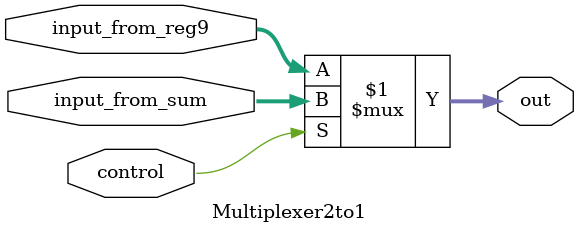
<source format=v>
module Multiplexer2to1 (
    input wire [7:0] input_from_sum,
    input wire [7:0] input_from_reg9,
    input wire control,
    output wire [7:0] out
);

assign out = (control) ? input_from_sum : input_from_reg9;

endmodule

</source>
